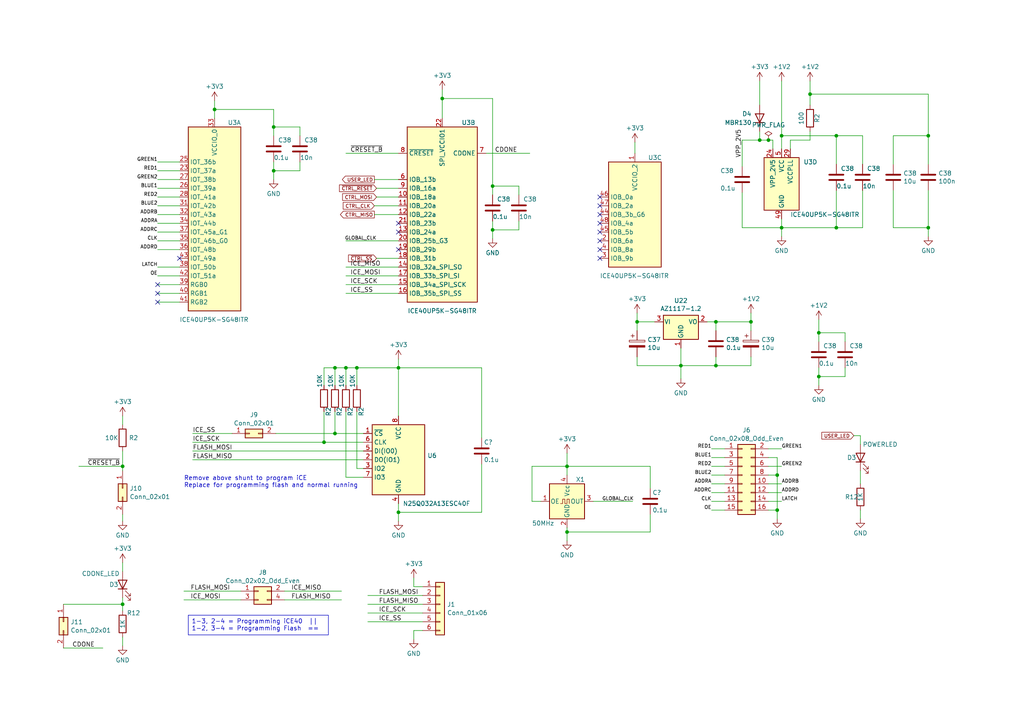
<source format=kicad_sch>
(kicad_sch (version 20230121) (generator eeschema)
  (paper "A4")
  (lib_symbols
    (symbol "Connector_Generic:Conn_01x06" (pin_names (offset 1.016) hide)
      (property "Reference" "J" (at 0 7.62 0))
      (property "Value" "Conn_01x06" (at 0 -10.16 0))
      (symbol "Conn_01x06_1_1"
        (rectangle (start -1.27 -7.493) (end 0 -7.747) (stroke (width 0.1524)))
        (rectangle (start -1.27 -4.953) (end 0 -5.207) (stroke (width 0.1524)))
        (rectangle (start -1.27 -2.413) (end 0 -2.667) (stroke (width 0.1524)))
        (rectangle (start -1.27 0.127) (end 0 -0.127) (stroke (width 0.1524)))
        (rectangle (start -1.27 2.667) (end 0 2.413) (stroke (width 0.1524)))
        (rectangle (start -1.27 5.207) (end 0 4.953) (stroke (width 0.1524)))
        (rectangle (start -1.27 6.35) (end 1.27 -8.89) (stroke (width 0.254)) (fill (type background)))
        (pin passive line (at -5.08 5.08 0) (length 3.81) (name "Pin_1") (number "1"))
        (pin passive line (at -5.08 2.54 0) (length 3.81) (name "Pin_2") (number "2"))
        (pin passive line (at -5.08 0 0) (length 3.81) (name "Pin_3") (number "3"))
        (pin passive line (at -5.08 -2.54 0) (length 3.81) (name "Pin_4") (number "4"))
        (pin passive line (at -5.08 -5.08 0) (length 3.81) (name "Pin_5") (number "5"))
        (pin passive line (at -5.08 -7.62 0) (length 3.81) (name "Pin_6") (number "6"))
      )
    )
    (symbol "Connector_Generic:Conn_02x01" (pin_names (offset 1.016) hide)
      (property "Reference" "J" (at 1.27 2.54 0))
      (property "Value" "Conn_02x01" (at 1.27 -2.54 0))
      (symbol "Conn_02x01_1_1"
        (rectangle (start -1.27 0.127) (end 0 -0.127) (stroke (width 0.1524)))
        (rectangle (start -1.27 1.27) (end 3.81 -1.27) (stroke (width 0.254)) (fill (type background)))
        (rectangle (start 3.81 0.127) (end 2.54 -0.127) (stroke (width 0.1524)))
        (pin passive line (at -5.08 0 0) (length 3.81) (name "Pin_1") (number "1"))
        (pin passive line (at 7.62 0 180) (length 3.81) (name "Pin_2") (number "2"))
      )
    )
    (symbol "Connector_Generic:Conn_02x02_Odd_Even" (pin_names (offset 1.016) hide)
      (property "Reference" "J" (at 1.27 2.54 0))
      (property "Value" "Conn_02x02_Odd_Even" (at 1.27 -5.08 0))
      (symbol "Conn_02x02_Odd_Even_1_1"
        (rectangle (start -1.27 -2.413) (end 0 -2.667) (stroke (width 0.1524)))
        (rectangle (start -1.27 0.127) (end 0 -0.127) (stroke (width 0.1524)))
        (rectangle (start -1.27 1.27) (end 3.81 -3.81) (stroke (width 0.254)) (fill (type background)))
        (rectangle (start 3.81 -2.413) (end 2.54 -2.667) (stroke (width 0.1524)))
        (rectangle (start 3.81 0.127) (end 2.54 -0.127) (stroke (width 0.1524)))
        (pin passive line (at -5.08 0 0) (length 3.81) (name "Pin_1") (number "1"))
        (pin passive line (at 7.62 0 180) (length 3.81) (name "Pin_2") (number "2"))
        (pin passive line (at -5.08 -2.54 0) (length 3.81) (name "Pin_3") (number "3"))
        (pin passive line (at 7.62 -2.54 180) (length 3.81) (name "Pin_4") (number "4"))
      )
    )
    (symbol "Connector_Generic:Conn_02x08_Odd_Even" (pin_names (offset 1.016) hide)
      (property "Reference" "J" (at 1.27 10.16 0))
      (property "Value" "Conn_02x08_Odd_Even" (at 1.27 -12.7 0))
      (symbol "Conn_02x08_Odd_Even_1_1"
        (rectangle (start -1.27 -10.033) (end 0 -10.287) (stroke (width 0.1524)))
        (rectangle (start -1.27 -7.493) (end 0 -7.747) (stroke (width 0.1524)))
        (rectangle (start -1.27 -4.953) (end 0 -5.207) (stroke (width 0.1524)))
        (rectangle (start -1.27 -2.413) (end 0 -2.667) (stroke (width 0.1524)))
        (rectangle (start -1.27 0.127) (end 0 -0.127) (stroke (width 0.1524)))
        (rectangle (start -1.27 2.667) (end 0 2.413) (stroke (width 0.1524)))
        (rectangle (start -1.27 5.207) (end 0 4.953) (stroke (width 0.1524)))
        (rectangle (start -1.27 7.747) (end 0 7.493) (stroke (width 0.1524)))
        (rectangle (start -1.27 8.89) (end 3.81 -11.43) (stroke (width 0.254)) (fill (type background)))
        (rectangle (start 3.81 -10.033) (end 2.54 -10.287) (stroke (width 0.1524)))
        (rectangle (start 3.81 -7.493) (end 2.54 -7.747) (stroke (width 0.1524)))
        (rectangle (start 3.81 -4.953) (end 2.54 -5.207) (stroke (width 0.1524)))
        (rectangle (start 3.81 -2.413) (end 2.54 -2.667) (stroke (width 0.1524)))
        (rectangle (start 3.81 0.127) (end 2.54 -0.127) (stroke (width 0.1524)))
        (rectangle (start 3.81 2.667) (end 2.54 2.413) (stroke (width 0.1524)))
        (rectangle (start 3.81 5.207) (end 2.54 4.953) (stroke (width 0.1524)))
        (rectangle (start 3.81 7.747) (end 2.54 7.493) (stroke (width 0.1524)))
        (pin passive line (at -5.08 7.62 0) (length 3.81) (name "Pin_1") (number "1"))
        (pin passive line (at 7.62 -2.54 180) (length 3.81) (name "Pin_10") (number "10"))
        (pin passive line (at -5.08 -5.08 0) (length 3.81) (name "Pin_11") (number "11"))
        (pin passive line (at 7.62 -5.08 180) (length 3.81) (name "Pin_12") (number "12"))
        (pin passive line (at -5.08 -7.62 0) (length 3.81) (name "Pin_13") (number "13"))
        (pin passive line (at 7.62 -7.62 180) (length 3.81) (name "Pin_14") (number "14"))
        (pin passive line (at -5.08 -10.16 0) (length 3.81) (name "Pin_15") (number "15"))
        (pin passive line (at 7.62 -10.16 180) (length 3.81) (name "Pin_16") (number "16"))
        (pin passive line (at 7.62 7.62 180) (length 3.81) (name "Pin_2") (number "2"))
        (pin passive line (at -5.08 5.08 0) (length 3.81) (name "Pin_3") (number "3"))
        (pin passive line (at 7.62 5.08 180) (length 3.81) (name "Pin_4") (number "4"))
        (pin passive line (at -5.08 2.54 0) (length 3.81) (name "Pin_5") (number "5"))
        (pin passive line (at 7.62 2.54 180) (length 3.81) (name "Pin_6") (number "6"))
        (pin passive line (at -5.08 0 0) (length 3.81) (name "Pin_7") (number "7"))
        (pin passive line (at 7.62 0 180) (length 3.81) (name "Pin_8") (number "8"))
        (pin passive line (at -5.08 -2.54 0) (length 3.81) (name "Pin_9") (number "9"))
      )
    )
    (symbol "Device:C" (pin_numbers hide) (pin_names (offset 0.254))
      (property "Reference" "C" (at 0.635 2.54 0))
      (property "Value" "C" (at 0.635 -2.54 0))
      (symbol "C_0_1"
        (polyline (pts (xy -2.032 -0.762) (xy 2.032 -0.762)) (stroke (width 0.508)))
        (polyline (pts (xy -2.032 0.762) (xy 2.032 0.762)) (stroke (width 0.508)))
      )
      (symbol "C_1_1"
        (pin passive line (at 0 3.81 270) (length 2.794) (name "~") (number "1"))
        (pin passive line (at 0 -3.81 90) (length 2.794) (name "~") (number "2"))
      )
    )
    (symbol "Device:CP" (pin_numbers hide) (pin_names (offset 0.254))
      (property "Reference" "C" (at 0.635 2.54 0))
      (property "Value" "Device_CP" (at 0.635 -2.54 0))
      (symbol "CP_0_1"
        (rectangle (start -2.286 0.508) (end 2.286 1.016))
        (polyline (pts (xy -1.778 2.286) (xy -0.762 2.286)))
        (polyline (pts (xy -1.27 2.794) (xy -1.27 1.778)))
        (rectangle (start 2.286 -0.508) (end -2.286 -1.016) (fill (type outline)))
      )
      (symbol "CP_1_1"
        (pin passive line (at 0 3.81 270) (length 2.794) (name "~") (number "1"))
        (pin passive line (at 0 -3.81 90) (length 2.794) (name "~") (number "2"))
      )
    )
    (symbol "Device:D" (pin_numbers hide) (pin_names (offset 1.016) hide)
      (property "Reference" "D" (at 0 2.54 0))
      (property "Value" "D" (at 0 -2.54 0))
      (symbol "D_0_1"
        (polyline (pts (xy -1.27 1.27) (xy -1.27 -1.27)) (stroke (width 0.254)))
        (polyline (pts (xy 1.27 0) (xy -1.27 0)))
        (polyline (pts (xy 1.27 1.27) (xy 1.27 -1.27) (xy -1.27 0) (xy 1.27 1.27)) (stroke (width 0.254)))
      )
      (symbol "D_1_1"
        (pin passive line (at -3.81 0 0) (length 2.54) (name "K") (number "1"))
        (pin passive line (at 3.81 0 180) (length 2.54) (name "A") (number "2"))
      )
    )
    (symbol "Device:LED" (pin_numbers hide) (pin_names (offset 1.016) hide)
      (property "Reference" "D" (at 0 2.54 0))
      (property "Value" "LED" (at 0 -2.54 0))
      (symbol "LED_0_1"
        (polyline (pts (xy -1.27 -1.27) (xy -1.27 1.27)) (stroke (width 0.254)))
        (polyline (pts (xy -1.27 0) (xy 1.27 0)))
        (polyline (pts (xy 1.27 -1.27) (xy 1.27 1.27) (xy -1.27 0) (xy 1.27 -1.27)) (stroke (width 0.254)))
        (polyline (pts (xy -3.048 -0.762) (xy -4.572 -2.286) (xy -3.81 -2.286) (xy -4.572 -2.286) (xy -4.572 -1.524)))
        (polyline (pts (xy -1.778 -0.762) (xy -3.302 -2.286) (xy -2.54 -2.286) (xy -3.302 -2.286) (xy -3.302 -1.524)))
      )
      (symbol "LED_1_1"
        (pin passive line (at -3.81 0 0) (length 2.54) (name "K") (number "1"))
        (pin passive line (at 3.81 0 180) (length 2.54) (name "A") (number "2"))
      )
    )
    (symbol "Device:R" (pin_numbers hide) (pin_names (offset 0))
      (property "Reference" "R" (at 2.032 0 90))
      (property "Value" "R" (at 0 0 90))
      (symbol "R_0_1"
        (rectangle (start -1.016 -2.54) (end 1.016 2.54) (stroke (width 0.254)))
      )
      (symbol "R_1_1"
        (pin passive line (at 0 3.81 270) (length 1.27) (name "~") (number "1"))
        (pin passive line (at 0 -3.81 90) (length 1.27) (name "~") (number "2"))
      )
    )
    (symbol "FPGA_Lattice:ICE40UP5K-SG48ITR"
      (property "Reference" "U" (at -8.89 -29.21 0))
      (property "Value" "ICE40UP5K-SG48ITR" (at 0 -31.75 0))
      (symbol "ICE40UP5K-SG48ITR_1_1"
        (rectangle (start -7.62 25.4) (end 7.62 -27.94) (stroke (width 0.254)) (fill (type background)))
        (pin bidirectional line (at -10.16 12.7 0) (length 2.54) (name "IOT_37a") (number "23"))
        (pin bidirectional line (at -10.16 15.24 0) (length 2.54) (name "IOT_36b") (number "25"))
        (pin bidirectional line (at -10.16 7.62 0) (length 2.54) (name "IOT_39a") (number "26"))
        (pin bidirectional line (at -10.16 10.16 0) (length 2.54) (name "IOT_38b") (number "27"))
        (pin bidirectional line (at -10.16 5.08 0) (length 2.54) (name "IOT_41a") (number "28"))
        (pin bidirectional line (at -10.16 2.54 0) (length 2.54) (name "IOT_42b") (number "31"))
        (pin bidirectional line (at -10.16 0 0) (length 2.54) (name "IOT_43a") (number "32"))
        (pin power_in line (at 0 27.94 270) (length 2.54) (name "VCCIO_0") (number "33"))
        (pin bidirectional line (at -10.16 -2.54 0) (length 2.54) (name "IOT_44b") (number "34"))
        (pin bidirectional line (at -10.16 -7.62 0) (length 2.54) (name "IOT_46b_G0") (number "35"))
        (pin bidirectional line (at -10.16 -10.16 0) (length 2.54) (name "IOT_48b") (number "36"))
        (pin bidirectional line (at -10.16 -5.08 0) (length 2.54) (name "IOT_45a_G1") (number "37"))
        (pin bidirectional line (at -10.16 -15.24 0) (length 2.54) (name "IOT_50b") (number "38"))
        (pin open_collector line (at -10.16 -20.32 0) (length 2.54) (name "RGB0") (number "39"))
        (pin open_collector line (at -10.16 -22.86 0) (length 2.54) (name "RGB1") (number "40"))
        (pin open_collector line (at -10.16 -25.4 0) (length 2.54) (name "RGB2") (number "41"))
        (pin bidirectional line (at -10.16 -17.78 0) (length 2.54) (name "IOT_51a") (number "42"))
        (pin bidirectional line (at -10.16 -12.7 0) (length 2.54) (name "IOT_49a") (number "43"))
      )
      (symbol "ICE40UP5K-SG48ITR_2_1"
        (rectangle (start -10.16 25.4) (end 10.16 -25.4) (stroke (width 0.254)) (fill (type background)))
        (pin bidirectional line (at -12.7 5.08 0) (length 2.54) (name "IOB_18a") (number "10"))
        (pin bidirectional line (at -12.7 2.54 0) (length 2.54) (name "IOB_20a") (number "11"))
        (pin bidirectional line (at -12.7 0 0) (length 2.54) (name "IOB_22a") (number "12"))
        (pin bidirectional line (at -12.7 -5.08 0) (length 2.54) (name "IOB_24a") (number "13"))
        (pin bidirectional line (at -12.7 -15.24 0) (length 2.54) (name "IOB_32a_SPI_SO") (number "14"))
        (pin bidirectional line (at -12.7 -20.32 0) (length 2.54) (name "IOB_34a_SPI_SCK") (number "15"))
        (pin bidirectional line (at -12.7 -22.86 0) (length 2.54) (name "IOB_35b_SPI_SS") (number "16"))
        (pin bidirectional line (at -12.7 -17.78 0) (length 2.54) (name "IOB_33b_SPI_SI") (number "17"))
        (pin bidirectional line (at -12.7 -12.7 0) (length 2.54) (name "IOB_31b") (number "18"))
        (pin bidirectional line (at -12.7 -10.16 0) (length 2.54) (name "IOB_29b") (number "19"))
        (pin bidirectional line (at -12.7 -7.62 0) (length 2.54) (name "IOB_25b_G3") (number "20"))
        (pin bidirectional line (at -12.7 -2.54 0) (length 2.54) (name "IOB_23b") (number "21"))
        (pin power_in line (at 0 27.94 270) (length 2.54) (name "SPI_VCCIO1") (number "22"))
        (pin bidirectional line (at -12.7 10.16 0) (length 2.54) (name "IOB_13b") (number "6"))
        (pin open_collector line (at 12.7 17.78 180) (length 2.54) (name "CDONE") (number "7"))
        (pin input line (at -12.7 17.78 0) (length 2.54) (name "~{CRESET}") (number "8"))
        (pin bidirectional line (at -12.7 7.62 0) (length 2.54) (name "IOB_16a") (number "9"))
      )
      (symbol "ICE40UP5K-SG48ITR_3_1"
        (rectangle (start -7.62 15.24) (end 7.62 -15.24) (stroke (width 0.254)) (fill (type background)))
        (pin power_in line (at 0 17.78 270) (length 2.54) (name "VCCIO_2") (number "1"))
        (pin bidirectional line (at -10.16 -7.62 0) (length 2.54) (name "IOB_6a") (number "2"))
        (pin bidirectional line (at -10.16 -12.7 0) (length 2.54) (name "IOB_9b") (number "3"))
        (pin bidirectional line (at -10.16 -10.16 0) (length 2.54) (name "IOB_8a") (number "4"))
        (pin bidirectional line (at -10.16 0 0) (length 2.54) (name "IOB_3b_G6") (number "44"))
        (pin bidirectional line (at -10.16 -5.08 0) (length 2.54) (name "IOB_5b") (number "45"))
        (pin bidirectional line (at -10.16 5.08 0) (length 2.54) (name "IOB_0a") (number "46"))
        (pin bidirectional line (at -10.16 2.54 0) (length 2.54) (name "IOB_2a") (number "47"))
        (pin bidirectional line (at -10.16 -2.54 0) (length 2.54) (name "IOB_4a") (number "48"))
      )
      (symbol "ICE40UP5K-SG48ITR_4_1"
        (rectangle (start -5.08 7.62) (end 5.08 -7.62) (stroke (width 0.254)) (fill (type background)))
        (pin power_in line (at -2.54 10.16 270) (length 2.54) (name "VPP_2V5") (number "24"))
        (pin power_out line (at 2.54 10.16 270) (length 2.54) (name "VCCPLL") (number "29"))
        (pin passive line (at 0 10.16 270) (length 2.54) hide (name "VCC") (number "30"))
        (pin power_in line (at 0 -10.16 90) (length 2.54) (name "GND") (number "49"))
        (pin power_in line (at 0 10.16 270) (length 2.54) (name "VCC") (number "5"))
      )
    )
    (symbol "Memory_Flash:W25Q32JVSS"
      (property "Reference" "U" (at -6.35 11.43 0))
      (property "Value" "W25Q32JVSS" (at 7.62 11.43 0))
      (symbol "W25Q32JVSS_0_1"
        (rectangle (start -7.62 10.16) (end 7.62 -10.16) (stroke (width 0.254)) (fill (type background)))
      )
      (symbol "W25Q32JVSS_1_1"
        (pin input line (at -10.16 7.62 0) (length 2.54) (name "~{CS}") (number "1"))
        (pin bidirectional line (at -10.16 0 0) (length 2.54) (name "DO(IO1)") (number "2"))
        (pin bidirectional line (at -10.16 -2.54 0) (length 2.54) (name "IO2") (number "3"))
        (pin power_in line (at 0 -12.7 90) (length 2.54) (name "GND") (number "4"))
        (pin bidirectional line (at -10.16 2.54 0) (length 2.54) (name "DI(IO0)") (number "5"))
        (pin input line (at -10.16 5.08 0) (length 2.54) (name "CLK") (number "6"))
        (pin bidirectional line (at -10.16 -5.08 0) (length 2.54) (name "IO3") (number "7"))
        (pin power_in line (at 0 12.7 270) (length 2.54) (name "VCC") (number "8"))
      )
    )
    (symbol "Oscillator:SG-210SED" (pin_names (offset 0.254))
      (property "Reference" "X" (at -5.08 6.35 0))
      (property "Value" "SG-210SED" (at 1.27 -6.35 0))
      (symbol "SG-210SED_0_1"
        (rectangle (start -5.08 5.08) (end 5.08 -5.08) (stroke (width 0.254)) (fill (type background)))
        (polyline (pts (xy -1.905 -0.635) (xy -1.27 -0.635) (xy -1.27 0.635) (xy -0.635 0.635) (xy -0.635 -0.635) (xy 0 -0.635) (xy 0 0.635) (xy 0.635 0.635) (xy 0.635 -0.635)))
      )
      (symbol "SG-210SED_1_1"
        (pin input line (at -7.62 0 0) (length 2.54) (name "OE") (number "1"))
        (pin power_in line (at 0 -7.62 90) (length 2.54) (name "GND") (number "2"))
        (pin output line (at 7.62 0 180) (length 2.54) (name "OUT") (number "3"))
        (pin power_in line (at 0 7.62 270) (length 2.54) (name "Vcc") (number "4"))
      )
    )
    (symbol "Regulator_Linear:AZ1117-1.2" (pin_names (offset 0.254))
      (property "Reference" "U" (at -3.81 3.175 0))
      (property "Value" "AZ1117-1.2" (at 0 3.175 0))
      (symbol "AZ1117-1.2_0_1"
        (rectangle (start -5.08 1.905) (end 5.08 -5.08) (stroke (width 0.254)) (fill (type background)))
      )
      (symbol "AZ1117-1.2_1_1"
        (pin power_in line (at 0 -7.62 90) (length 2.54) (name "GND") (number "1"))
        (pin power_out line (at 7.62 0 180) (length 2.54) (name "VO") (number "2"))
        (pin power_in line (at -7.62 0 0) (length 2.54) (name "VI") (number "3"))
      )
    )
    (symbol "power:+1V2" (power) (pin_names (offset 0))
      (property "Value" "+1V2" (at 0 3.556 0))
      (symbol "+1V2_0_1"
        (polyline (pts (xy -0.762 1.27) (xy 0 2.54)))
        (polyline (pts (xy 0 0) (xy 0 2.54)))
        (polyline (pts (xy 0 2.54) (xy 0.762 1.27)))
      )
      (symbol "+1V2_1_1"
        (pin power_in line (at 0 0 90) (length 0) hide (name "+1V2") (number "1"))
      )
    )
    (symbol "power:+3V3" (power) (pin_names (offset 0))
      (property "Value" "+3V3" (at 0 3.556 0))
      (symbol "+3V3_0_1"
        (polyline (pts (xy -0.762 1.27) (xy 0 2.54)))
        (polyline (pts (xy 0 0) (xy 0 2.54)))
        (polyline (pts (xy 0 2.54) (xy 0.762 1.27)))
      )
      (symbol "+3V3_1_1"
        (pin power_in line (at 0 0 90) (length 0) hide (name "+3V3") (number "1"))
      )
    )
    (symbol "power:GND" (power) (pin_names (offset 0))
      (property "Value" "GND" (at 0 -3.81 0))
      (symbol "GND_0_1"
        (polyline (pts (xy 0 0) (xy 0 -1.27) (xy 1.27 -1.27) (xy 0 -2.54) (xy -1.27 -1.27) (xy 0 -1.27)))
      )
      (symbol "GND_1_1"
        (pin power_in line (at 0 0 270) (length 0) hide (name "GND") (number "1"))
      )
    )
    (symbol "power:PWR_FLAG" (power) (pin_numbers hide) (pin_names (offset 0) hide)
      (property "Value" "PWR_FLAG" (at 0 3.81 0))
      (symbol "PWR_FLAG_0_0"
        (pin power_out line (at 0 0 90) (length 0) (name "pwr") (number "1"))
      )
      (symbol "PWR_FLAG_0_1"
        (polyline (pts (xy 0 0) (xy 0 1.27) (xy -1.016 1.905) (xy 0 2.54) (xy 1.016 1.905) (xy 0 1.27)))
      )
    )
  )
  (junction (at 164.465 135.255))
  (junction (at 207.645 93.345))
  (junction (at 142.875 66.675))
  (junction (at 269.24 66.04))
  (junction (at 237.49 109.22))
  (junction (at 79.375 36.83))
  (junction (at 35.56 135.255))
  (junction (at 93.98 128.27))
  (junction (at 226.695 66.04))
  (junction (at 79.375 49.53))
  (junction (at 225.425 147.955))
  (junction (at 35.56 175.26))
  (junction (at 220.345 40.64))
  (junction (at 225.425 137.795))
  (junction (at 115.57 148.59))
  (junction (at 217.805 93.345))
  (junction (at 242.57 66.04))
  (junction (at 207.645 106.045))
  (junction (at 128.27 28.575))
  (junction (at 115.57 106.68))
  (junction (at 242.57 39.37))
  (junction (at 184.785 93.345))
  (junction (at 226.695 39.37))
  (junction (at 97.155 125.73))
  (junction (at 222.885 40.64))
  (junction (at 234.95 27.305))
  (junction (at 269.24 39.37))
  (junction (at 62.23 31.75))
  (junction (at 142.875 53.975))
  (junction (at 197.485 106.045))
  (junction (at 97.155 106.68))
  (junction (at 164.465 154.305))
  (junction (at 100.33 106.68))
  (junction (at 237.49 96.52))
  (junction (at 103.505 106.68))
  (no_connect (at 173.99 64.77))
  (no_connect (at 173.99 62.23))
  (no_connect (at 45.72 87.63))
  (no_connect (at 173.99 74.93))
  (no_connect (at 173.99 69.85))
  (no_connect (at 173.99 57.15))
  (no_connect (at 115.57 72.39))
  (no_connect (at 173.99 67.31))
  (no_connect (at 115.57 67.31))
  (no_connect (at 173.99 72.39))
  (no_connect (at 45.72 85.09))
  (no_connect (at 115.57 64.77))
  (no_connect (at 52.07 74.93))
  (no_connect (at 45.72 82.55))
  (no_connect (at 173.99 59.69))
  (wire (pts (xy 35.56 149.225) (xy 35.56 151.13)))
  (wire (pts (xy 82.55 171.45) (xy 99.06 171.45)))
  (wire (pts (xy 45.72 54.61) (xy 52.07 54.61)))
  (wire (pts (xy 140.97 44.45) (xy 153.67 44.45)))
  (wire (pts (xy 120.015 185.42) (xy 120.015 182.88)))
  (wire (pts (xy 249.555 136.525) (xy 249.555 140.335)))
  (wire (pts (xy 242.57 66.04) (xy 250.19 66.04)))
  (wire (pts (xy 206.375 145.415) (xy 210.185 145.415)))
  (wire (pts (xy 222.885 137.795) (xy 225.425 137.795)))
  (wire (pts (xy 45.72 57.15) (xy 52.07 57.15)))
  (wire (pts (xy 225.425 137.795) (xy 225.425 147.955)))
  (wire (pts (xy 52.07 77.47) (xy 45.72 77.47)))
  (wire (pts (xy 142.875 66.675) (xy 150.495 66.675)))
  (wire (pts (xy 217.805 103.505) (xy 217.805 106.045)))
  (wire (pts (xy 52.07 67.31) (xy 45.72 67.31)))
  (wire (pts (xy 100.33 69.85) (xy 115.57 69.85)))
  (wire (pts (xy 142.875 66.675) (xy 142.875 64.135)))
  (wire (pts (xy 108.585 62.23) (xy 115.57 62.23)))
  (wire (pts (xy 109.22 57.15) (xy 115.57 57.15)))
  (wire (pts (xy 224.155 43.18) (xy 224.155 40.64)))
  (wire (pts (xy 35.56 135.255) (xy 35.56 136.525)))
  (wire (pts (xy 156.845 145.415) (xy 154.305 145.415)))
  (wire (pts (xy 207.645 93.345) (xy 217.805 93.345)))
  (wire (pts (xy 245.11 99.06) (xy 245.11 96.52)))
  (wire (pts (xy 142.875 53.975) (xy 142.875 56.515)))
  (wire (pts (xy 184.785 106.045) (xy 184.785 103.505)))
  (wire (pts (xy 242.57 39.37) (xy 242.57 47.625)))
  (wire (pts (xy 35.56 120.65) (xy 35.56 123.19)))
  (wire (pts (xy 242.57 39.37) (xy 250.19 39.37)))
  (wire (pts (xy 93.98 106.68) (xy 93.98 111.76)))
  (wire (pts (xy 222.885 135.255) (xy 226.695 135.255)))
  (wire (pts (xy 103.505 119.38) (xy 103.505 135.89)))
  (wire (pts (xy 86.995 46.99) (xy 86.995 49.53)))
  (wire (pts (xy 55.88 133.35) (xy 105.41 133.35)))
  (wire (pts (xy 207.645 103.505) (xy 207.645 106.045)))
  (wire (pts (xy 234.95 23.495) (xy 234.95 27.305)))
  (wire (pts (xy 109.22 74.93) (xy 115.57 74.93)))
  (wire (pts (xy 150.495 64.135) (xy 150.495 66.675)))
  (wire (pts (xy 226.695 39.37) (xy 226.695 43.18)))
  (wire (pts (xy 188.595 135.255) (xy 164.465 135.255)))
  (wire (pts (xy 139.7 134.62) (xy 139.7 148.59)))
  (wire (pts (xy 115.57 146.05) (xy 115.57 148.59)))
  (wire (pts (xy 234.95 38.1) (xy 234.95 40.64)))
  (wire (pts (xy 222.885 132.715) (xy 225.425 132.715)))
  (wire (pts (xy 100.33 106.68) (xy 103.505 106.68)))
  (wire (pts (xy 226.695 66.04) (xy 226.695 68.58)))
  (wire (pts (xy 55.88 125.73) (xy 67.31 125.73)))
  (wire (pts (xy 45.72 59.69) (xy 52.07 59.69)))
  (wire (pts (xy 128.27 28.575) (xy 142.875 28.575)))
  (wire (pts (xy 106.68 180.34) (xy 122.555 180.34)))
  (wire (pts (xy 206.375 137.795) (xy 210.185 137.795)))
  (wire (pts (xy 197.485 100.965) (xy 197.485 106.045)))
  (wire (pts (xy 115.57 106.68) (xy 103.505 106.68)))
  (wire (pts (xy 103.505 135.89) (xy 105.41 135.89)))
  (wire (pts (xy 226.695 39.37) (xy 242.57 39.37)))
  (wire (pts (xy 269.24 55.245) (xy 269.24 66.04)))
  (wire (pts (xy 55.88 128.27) (xy 93.98 128.27)))
  (wire (pts (xy 215.265 66.04) (xy 226.695 66.04)))
  (wire (pts (xy 188.595 154.305) (xy 164.465 154.305)))
  (wire (pts (xy 184.785 93.345) (xy 184.785 90.805)))
  (wire (pts (xy 139.7 106.68) (xy 115.57 106.68)))
  (wire (pts (xy 109.22 54.61) (xy 115.57 54.61)))
  (wire (pts (xy 172.085 145.415) (xy 183.515 145.415)))
  (wire (pts (xy 237.49 96.52) (xy 237.49 99.06)))
  (wire (pts (xy 234.95 27.305) (xy 234.95 30.48)))
  (wire (pts (xy 115.57 104.14) (xy 115.57 106.68)))
  (wire (pts (xy 45.72 49.53) (xy 52.07 49.53)))
  (wire (pts (xy 62.23 31.75) (xy 79.375 31.75)))
  (wire (pts (xy 206.375 147.955) (xy 210.185 147.955)))
  (wire (pts (xy 139.7 106.68) (xy 139.7 127)))
  (wire (pts (xy 86.995 39.37) (xy 86.995 36.83)))
  (wire (pts (xy 245.11 106.68) (xy 245.11 109.22)))
  (wire (pts (xy 79.375 49.53) (xy 79.375 52.07)))
  (wire (pts (xy 97.155 106.68) (xy 100.33 106.68)))
  (wire (pts (xy 100.33 77.47) (xy 115.57 77.47)))
  (wire (pts (xy 229.235 43.18) (xy 229.235 40.64)))
  (wire (pts (xy 220.345 40.64) (xy 215.265 40.64)))
  (wire (pts (xy 188.595 141.605) (xy 188.595 135.255)))
  (wire (pts (xy 115.57 148.59) (xy 115.57 151.13)))
  (wire (pts (xy 97.155 125.73) (xy 105.41 125.73)))
  (wire (pts (xy 222.885 142.875) (xy 226.695 142.875)))
  (wire (pts (xy 250.19 55.245) (xy 250.19 66.04)))
  (wire (pts (xy 120.015 167.64) (xy 120.015 170.18)))
  (wire (pts (xy 215.265 40.64) (xy 215.265 48.26)))
  (wire (pts (xy 97.155 119.38) (xy 97.155 125.73)))
  (wire (pts (xy 237.49 109.22) (xy 237.49 111.76)))
  (wire (pts (xy 45.72 64.77) (xy 52.07 64.77)))
  (wire (pts (xy 106.68 175.26) (xy 122.555 175.26)))
  (wire (pts (xy 100.33 106.68) (xy 100.33 111.76)))
  (wire (pts (xy 164.465 153.035) (xy 164.465 154.305)))
  (wire (pts (xy 206.375 132.715) (xy 210.185 132.715)))
  (wire (pts (xy 106.68 177.8) (xy 122.555 177.8)))
  (wire (pts (xy 106.68 172.72) (xy 122.555 172.72)))
  (wire (pts (xy 222.885 140.335) (xy 226.695 140.335)))
  (wire (pts (xy 184.15 41.275) (xy 184.15 44.45)))
  (wire (pts (xy 250.19 39.37) (xy 250.19 47.625)))
  (wire (pts (xy 164.465 131.445) (xy 164.465 135.255)))
  (wire (pts (xy 115.57 148.59) (xy 139.7 148.59)))
  (wire (pts (xy 197.485 106.045) (xy 207.645 106.045)))
  (wire (pts (xy 35.56 173.355) (xy 35.56 175.26)))
  (wire (pts (xy 226.695 66.04) (xy 242.57 66.04)))
  (wire (pts (xy 259.08 39.37) (xy 269.24 39.37)))
  (wire (pts (xy 225.425 132.715) (xy 225.425 137.795)))
  (wire (pts (xy 103.505 106.68) (xy 103.505 111.76)))
  (wire (pts (xy 45.72 87.63) (xy 52.07 87.63)))
  (wire (pts (xy 184.785 93.345) (xy 184.785 95.885)))
  (wire (pts (xy 55.88 130.81) (xy 105.41 130.81)))
  (wire (pts (xy 226.695 63.5) (xy 226.695 66.04)))
  (wire (pts (xy 45.72 46.99) (xy 52.07 46.99)))
  (wire (pts (xy 189.865 93.345) (xy 184.785 93.345)))
  (wire (pts (xy 154.305 145.415) (xy 154.305 135.255)))
  (wire (pts (xy 206.375 135.255) (xy 210.185 135.255)))
  (wire (pts (xy 105.41 138.43) (xy 100.33 138.43)))
  (wire (pts (xy 259.08 55.245) (xy 259.08 66.04)))
  (wire (pts (xy 53.34 173.99) (xy 69.85 173.99)))
  (wire (pts (xy 197.485 106.045) (xy 184.785 106.045)))
  (wire (pts (xy 207.645 106.045) (xy 217.805 106.045)))
  (wire (pts (xy 237.49 92.71) (xy 237.49 96.52)))
  (wire (pts (xy 222.885 145.415) (xy 226.695 145.415)))
  (wire (pts (xy 100.33 44.45) (xy 115.57 44.45)))
  (wire (pts (xy 222.885 147.955) (xy 225.425 147.955)))
  (wire (pts (xy 45.72 52.07) (xy 52.07 52.07)))
  (wire (pts (xy 62.23 29.21) (xy 62.23 31.75)))
  (wire (pts (xy 100.33 82.55) (xy 115.57 82.55)))
  (wire (pts (xy 215.265 55.88) (xy 215.265 66.04)))
  (wire (pts (xy 224.155 40.64) (xy 222.885 40.64)))
  (wire (pts (xy 100.33 119.38) (xy 100.33 138.43)))
  (wire (pts (xy 120.015 182.88) (xy 122.555 182.88)))
  (wire (pts (xy 93.98 128.27) (xy 105.41 128.27)))
  (wire (pts (xy 164.465 154.305) (xy 164.465 156.845)))
  (wire (pts (xy 247.65 126.365) (xy 249.555 126.365)))
  (wire (pts (xy 206.375 142.875) (xy 210.185 142.875)))
  (wire (pts (xy 242.57 66.04) (xy 242.57 55.245)))
  (wire (pts (xy 45.72 80.01) (xy 52.07 80.01)))
  (wire (pts (xy 18.415 187.96) (xy 29.845 187.96)))
  (wire (pts (xy 79.375 49.53) (xy 86.995 49.53)))
  (wire (pts (xy 269.24 27.305) (xy 269.24 39.37)))
  (wire (pts (xy 229.235 40.64) (xy 234.95 40.64)))
  (wire (pts (xy 222.885 40.64) (xy 220.345 40.64)))
  (wire (pts (xy 79.375 36.83) (xy 79.375 39.37)))
  (wire (pts (xy 100.33 80.01) (xy 115.57 80.01)))
  (wire (pts (xy 97.155 106.68) (xy 97.155 111.76)))
  (wire (pts (xy 62.23 31.75) (xy 62.23 34.29)))
  (wire (pts (xy 259.08 66.04) (xy 269.24 66.04)))
  (wire (pts (xy 205.105 93.345) (xy 207.645 93.345)))
  (wire (pts (xy 22.86 135.255) (xy 35.56 135.255)))
  (wire (pts (xy 100.33 85.09) (xy 115.57 85.09)))
  (wire (pts (xy 249.555 126.365) (xy 249.555 128.905)))
  (wire (pts (xy 269.24 39.37) (xy 269.24 47.625)))
  (wire (pts (xy 35.56 175.26) (xy 18.415 175.26)))
  (wire (pts (xy 207.645 95.885) (xy 207.645 93.345)))
  (wire (pts (xy 150.495 56.515) (xy 150.495 53.975)))
  (wire (pts (xy 93.98 106.68) (xy 97.155 106.68)))
  (wire (pts (xy 35.56 163.195) (xy 35.56 165.735)))
  (wire (pts (xy 154.305 135.255) (xy 164.465 135.255)))
  (wire (pts (xy 220.345 38.1) (xy 220.345 40.64)))
  (wire (pts (xy 206.375 130.175) (xy 210.185 130.175)))
  (wire (pts (xy 45.72 82.55) (xy 52.07 82.55)))
  (wire (pts (xy 234.95 27.305) (xy 269.24 27.305)))
  (wire (pts (xy 108.585 52.07) (xy 115.57 52.07)))
  (wire (pts (xy 188.595 149.225) (xy 188.595 154.305)))
  (wire (pts (xy 79.375 31.75) (xy 79.375 36.83)))
  (wire (pts (xy 217.805 95.885) (xy 217.805 93.345)))
  (wire (pts (xy 237.49 96.52) (xy 245.11 96.52)))
  (wire (pts (xy 128.27 26.035) (xy 128.27 28.575)))
  (wire (pts (xy 53.34 171.45) (xy 69.85 171.45)))
  (wire (pts (xy 197.485 106.045) (xy 197.485 109.855)))
  (wire (pts (xy 142.875 53.975) (xy 150.495 53.975)))
  (wire (pts (xy 142.875 66.675) (xy 142.875 69.215)))
  (wire (pts (xy 79.375 49.53) (xy 79.375 46.99)))
  (wire (pts (xy 45.72 85.09) (xy 52.07 85.09)))
  (wire (pts (xy 52.07 72.39) (xy 45.72 72.39)))
  (wire (pts (xy 226.695 23.495) (xy 226.695 39.37)))
  (wire (pts (xy 108.585 59.69) (xy 115.57 59.69)))
  (wire (pts (xy 35.56 130.81) (xy 35.56 135.255)))
  (wire (pts (xy 35.56 184.785) (xy 35.56 187.325)))
  (wire (pts (xy 35.56 175.26) (xy 35.56 177.165)))
  (wire (pts (xy 222.885 130.175) (xy 226.695 130.175)))
  (wire (pts (xy 237.49 109.22) (xy 237.49 106.68)))
  (wire (pts (xy 45.72 69.85) (xy 52.07 69.85)))
  (wire (pts (xy 217.805 93.345) (xy 217.805 90.805)))
  (wire (pts (xy 237.49 109.22) (xy 245.11 109.22)))
  (wire (pts (xy 269.24 66.04) (xy 269.24 68.58)))
  (wire (pts (xy 128.27 28.575) (xy 128.27 34.29)))
  (wire (pts (xy 82.55 173.99) (xy 99.06 173.99)))
  (wire (pts (xy 79.375 36.83) (xy 86.995 36.83)))
  (wire (pts (xy 93.98 119.38) (xy 93.98 128.27)))
  (wire (pts (xy 225.425 147.955) (xy 225.425 150.495)))
  (wire (pts (xy 142.875 28.575) (xy 142.875 53.975)))
  (wire (pts (xy 115.57 120.65) (xy 115.57 106.68)))
  (wire (pts (xy 206.375 140.335) (xy 210.185 140.335)))
  (wire (pts (xy 45.72 62.23) (xy 52.07 62.23)))
  (wire (pts (xy 249.555 147.955) (xy 249.555 150.495)))
  (wire (pts (xy 120.015 170.18) (xy 122.555 170.18)))
  (wire (pts (xy 220.345 23.495) (xy 220.345 30.48)))
  (wire (pts (xy 259.08 47.625) (xy 259.08 39.37)))
  (wire (pts (xy 80.01 125.73) (xy 97.155 125.73)))
  (wire (pts (xy 164.465 135.255) (xy 164.465 137.795)))
  (text_box "1-3, 2-4 = Programming iCE40  ||\n1-2, 3-4 = Programming Flash  ==" (at 54.61 178.435 0) (size 40.64 5.715) (effects (font (size 1.27 1.27)) (justify left top)))
  (text "Remove above shunt to program iCE\nReplace for programming flash and normal running" (at 53.34 141.605 0) (effects (font (size 1.27 1.27)) (justify left bottom)))
  (label "ADDRD" (at 45.72 72.39 180) (effects (font (size 1 1))))
  (label "ICE_SS" (at 55.88 125.73 0))
  (label "FLASH_MOSI" (at 55.88 130.81 0))
  (label "CLK" (at 45.72 69.85 180) (effects (font (size 1 1))))
  (label "BLUE1" (at 206.375 132.715 180) (effects (font (size 1 1))))
  (label "ICE_SS" (at 109.855 180.34 0))
  (label "ADDRC" (at 45.72 67.31 180) (effects (font (size 1 1))))
  (label "RED1" (at 45.72 49.53 180) (effects (font (size 1 1))))
  (label "FLASH_MISO" (at 84.455 173.99 0))
  (label "ICE_SCK" (at 55.88 128.27 0))
  (label "RED2" (at 206.375 135.255 180) (effects (font (size 1 1))))
  (label "LATCH" (at 45.72 77.47 180) (effects (font (size 1 1))))
  (label "GREEN2" (at 45.72 52.07 180) (effects (font (size 1 1))))
  (label "ADDRC" (at 206.375 142.875 180) (effects (font (size 1 1))))
  (label "FLASH_MISO" (at 109.855 175.26 0))
  (label "ADDRB" (at 226.695 140.335 0) (effects (font (size 1 1))))
  (label "ADDRA" (at 206.375 140.335 180) (effects (font (size 1 1))))
  (label "GREEN2" (at 226.695 135.255 0) (effects (font (size 1 1))))
  (label "ICE_SCK" (at 109.855 177.8 0))
  (label "CDONE" (at 143.51 44.45 0))
  (label "BLUE1" (at 45.72 54.61 180) (effects (font (size 1 1))))
  (label "ADDRB" (at 45.72 62.23 180) (effects (font (size 1 1))))
  (label "ICE_MOSI" (at 101.6 80.01 0))
  (label "GREEN1" (at 226.695 130.175 0) (effects (font (size 1 1))))
  (label "ADDRA" (at 45.72 64.77 180) (effects (font (size 1 1))))
  (label "GLOBAL_CLK" (at 109.22 69.85 180) (effects (font (size 0.9906 0.9906))))
  (label "OE" (at 206.375 147.955 180) (effects (font (size 1 1))))
  (label "ICE_SS" (at 101.6 85.09 0))
  (label "RED2" (at 45.72 57.15 180) (effects (font (size 1 1))))
  (label "ADDRD" (at 226.695 142.875 0) (effects (font (size 1 1))))
  (label "BLUE2" (at 45.72 59.69 180) (effects (font (size 1 1))))
  (label "BLUE2" (at 206.375 137.795 180) (effects (font (size 1 1))))
  (label "~{CRESET_B}" (at 25.4 135.255 0))
  (label "FLASH_MOSI" (at 109.855 172.72 0))
  (label "RED1" (at 206.375 130.175 180) (effects (font (size 1 1))))
  (label "FLASH_MOSI" (at 55.245 171.45 0))
  (label "GREEN1" (at 45.72 46.99 180) (effects (font (size 1 1))))
  (label "ICE_MISO" (at 101.6 77.47 0))
  (label "LATCH" (at 226.695 145.415 0) (effects (font (size 1 1))))
  (label "ICE_MISO" (at 84.455 171.45 0))
  (label "GLOBAL_CLK" (at 174.625 145.415 0) (effects (font (size 0.9906 0.9906))))
  (label "ICE_SCK" (at 101.6 82.55 0))
  (label "~{CRESET_B}" (at 101.6 44.45 0))
  (label "ICE_MOSI" (at 55.245 173.99 0))
  (label "CDONE" (at 20.955 187.96 0))
  (label "VPP_2V5" (at 215.265 45.72 90))
  (label "CLK" (at 206.375 145.415 180) (effects (font (size 1 1))))
  (label "OE" (at 45.72 80.01 180) (effects (font (size 1 1))))
  (label "FLASH_MISO" (at 55.88 133.35 0))
  (global_label "USER_LED" (shape input) (at 247.65 126.365 180) (effects (font (size 1 1))) (property "Intersheetrefs" "${INTERSHEET_REFS}" (effects hide)))
  (global_label "CTRL_CLK" (shape input) (at 108.585 59.69 180) (effects (font (size 1 1))) (property "Intersheetrefs" "${INTERSHEET_REFS}" (effects hide)))
  (global_label "~{CTRL_SS}" (shape input) (at 109.22 74.93 180) (effects (font (size 1 1))) (property "Intersheetrefs" "${INTERSHEET_REFS}" (effects hide)))
  (global_label "CTRL_MISO" (shape output) (at 108.585 62.23 180) (effects (font (size 1 1))) (property "Intersheetrefs" "${INTERSHEET_REFS}" (effects hide)))
  (global_label "~{CTRL_RESET}" (shape input) (at 109.22 54.61 180) (effects (font (size 1 1))) (property "Intersheetrefs" "${INTERSHEET_REFS}" (effects hide)))
  (global_label "USER_LED" (shape output) (at 108.585 52.07 180) (effects (font (size 1 1))) (property "Intersheetrefs" "${INTERSHEET_REFS}" (effects hide)))
  (global_label "CTRL_MOSI" (shape input) (at 109.22 57.15 180) (effects (font (size 1 1))) (property "Intersheetrefs" "${INTERSHEET_REFS}" (effects hide)))
  (symbol (lib_id "Device:R") (at 35.56 127 0) (unit 1)
    (property "Reference" "R2" (at 38.735 127 0))
    (property "Value" "10K" (at 32.385 127 0))
    (property "Footprint" "Resistor_SMD:R_0805_2012Metric" (effects hide))
    (instances (project "MAXI030" (path "" (reference "R2") (unit 1))) (project "MDFPGA" (path "" (reference "R12") (unit 1))))
  )
  (symbol (lib_id "Connector_Generic:Conn_02x01") (at 72.39 125.73 0) (unit 1)
    (property "Reference" "J9" (at 73.66 120.3157 0))
    (property "Value" "Conn_02x01" (at 73.66 122.7399 0))
    (property "Footprint" "Connector_PinHeader_2.54mm:PinHeader_2x01_P2.54mm_Vertical" (effects hide))
  )
  (symbol (lib_id "power:+3V3") (at 62.23 29.21 0) (unit 1)
    (property "Reference" "#PWR032" (effects hide))
    (property "Value" "+3V3" (at 62.23 25.0769 0))
  )
  (symbol (lib_id "Connector_Generic:Conn_02x08_Odd_Even") (at 215.265 137.795 0) (unit 1)
    (property "Reference" "J6" (at 216.535 124.7607 0))
    (property "Value" "Conn_02x08_Odd_Even" (at 216.535 127.1849 0))
    (property "Footprint" "Connector_IDC:IDC-Header_2x08_P2.54mm_Vertical" (effects hide))
  )
  (symbol (lib_id "power:+1V2") (at 237.49 92.71 0) (unit 1)
    (property "Reference" "#PWR030" (effects hide))
    (property "Value" "+1V2" (at 237.49 88.5769 0))
  )
  (symbol (lib_id "Device:CP") (at 184.785 99.695 0) (unit 1)
    (property "Reference" "C37" (at 187.7822 98.5266 0) (effects (justify left)))
    (property "Value" "10u" (at 187.7822 100.838 0) (effects (justify left)))
    (property "Footprint" "Capacitor_Tantalum_SMD:CP_EIA-3216-10_Kemet-I" (effects hide))
    (instances (project "MAXI030" (path "" (reference "C37") (unit 1)) (path "" (reference "C?") (unit 1))) (project "MDFPGA" (path "" (reference "C3") (unit 1))))
  )
  (symbol (lib_id "power:+1V2") (at 226.695 23.495 0) (unit 1)
    (property "Reference" "#PWR039" (effects hide))
    (property "Value" "+1V2" (at 226.695 19.3619 0))
  )
  (symbol (lib_id "power:GND") (at 79.375 52.07 0) (unit 1)
    (property "Reference" "#PWR037" (effects hide))
    (property "Value" "GND" (at 79.375 56.2031 0))
  )
  (symbol (lib_id "power:+1V2") (at 217.805 90.805 0) (unit 1)
    (property "Reference" "#PWR026" (effects hide))
    (property "Value" "+1V2" (at 217.805 86.6719 0))
  )
  (symbol (lib_id "power:GND") (at 120.015 185.42 0) (unit 1)
    (property "Reference" "#PWR029" (effects hide))
    (property "Value" "GND" (at 120.015 189.5531 0))
  )
  (symbol (lib_id "Device:R") (at 97.155 115.57 0) (unit 1)
    (property "Reference" "R2" (at 98.425 119.38 90))
    (property "Value" "10K" (at 95.885 110.49 90))
    (property "Footprint" "Resistor_SMD:R_0805_2012Metric" (effects hide))
    (instances (project "MAXI030" (path "" (reference "R2") (unit 1))) (project "MDFPGA" (path "" (reference "R7") (unit 1))))
  )
  (symbol (lib_id "Device:C") (at 207.645 99.695 0) (unit 1)
    (property "Reference" "C38" (at 210.566 98.5266 0) (effects (justify left)))
    (property "Value" "0.1u" (at 210.566 100.838 0) (effects (justify left)))
    (property "Footprint" "Capacitor_SMD:C_0805_2012Metric" (effects hide))
    (instances (project "MAXI030" (path "" (reference "C38") (unit 1)) (path "" (reference "C?") (unit 1))) (project "MDFPGA" (path "" (reference "C4") (unit 1))))
  )
  (symbol (lib_id "power:GND") (at 249.555 150.495 0) (unit 1)
    (property "Reference" "#PWR034" (effects hide))
    (property "Value" "GND" (at 249.555 154.6281 0))
  )
  (symbol (lib_id "Device:CP") (at 217.805 99.695 0) (unit 1)
    (property "Reference" "C39" (at 220.8022 98.5266 0) (effects (justify left)))
    (property "Value" "10u" (at 220.8022 100.838 0) (effects (justify left)))
    (property "Footprint" "Capacitor_Tantalum_SMD:CP_EIA-3216-10_Kemet-I" (effects hide))
    (instances (project "MAXI030" (path "" (reference "C39") (unit 1)) (path "" (reference "C?") (unit 1))) (project "MDFPGA" (path "" (reference "C5") (unit 1))))
  )
  (symbol (lib_id "power:GND") (at 226.695 68.58 0) (unit 1)
    (property "Reference" "#PWR027" (effects hide))
    (property "Value" "GND" (at 226.695 72.7131 0))
  )
  (symbol (lib_id "Connector_Generic:Conn_01x06") (at 127.635 175.26 0) (unit 1)
    (property "Reference" "J1" (at 129.667 175.3179 0) (effects (justify left)))
    (property "Value" "Conn_01x06" (at 129.667 177.7421 0) (effects (justify left)))
    (property "Footprint" "Connector_PinHeader_2.54mm:PinHeader_1x06_P2.54mm_Vertical" (effects hide))
  )
  (symbol (lib_id "power:+3V3") (at 220.345 23.495 0) (unit 1)
    (property "Reference" "#PWR036" (effects hide))
    (property "Value" "+3V3" (at 220.345 19.3619 0))
  )
  (symbol (lib_id "Device:C") (at 139.7 130.81 0) (unit 1)
    (property "Reference" "C?" (at 140.335 128.27 0) (effects (justify left)))
    (property "Value" "0.1u" (at 140.335 133.35 0) (effects (justify left)))
    (property "Footprint" "Capacitor_SMD:C_0805_2012Metric" (effects hide))
    (instances (project "MAXI030" (path "" (reference "C?") (unit 1)) (path "" (reference "C?") (unit 1)) (path "" (reference "C28") (unit 1))) (project "MDFPGA" (path "" (reference "C7") (unit 1))))
  )
  (symbol (lib_id "Device:C") (at 142.875 60.325 0) (unit 1)
    (property "Reference" "C38" (at 144.145 57.785 0) (effects (justify left)))
    (property "Value" "0.1u" (at 142.875 62.865 0) (effects (justify left)))
    (property "Footprint" "Capacitor_SMD:C_0805_2012Metric" (effects hide))
    (instances (project "MAXI030" (path "" (reference "C38") (unit 1)) (path "" (reference "C?") (unit 1))) (project "MDFPGA" (path "" (reference "C8") (unit 1))))
  )
  (symbol (lib_id "Device:C") (at 259.08 51.435 0) (unit 1)
    (property "Reference" "C38" (at 262.001 50.2666 0) (effects (justify left)))
    (property "Value" "10u" (at 262.001 52.578 0) (effects (justify left)))
    (property "Footprint" "Capacitor_SMD:C_0805_2012Metric" (effects hide))
    (instances (project "MAXI030" (path "" (reference "C38") (unit 1)) (path "" (reference "C?") (unit 1))) (project "MDFPGA" (path "" (reference "C9") (unit 1))))
  )
  (symbol (lib_id "Regulator_Linear:AZ1117-1.2") (at 197.485 93.345 0) (unit 1)
    (property "Reference" "U22" (at 197.485 87.1982 0))
    (property "Value" "AZ1117-1.2" (at 197.485 89.5096 0))
    (property "Footprint" "Package_TO_SOT_SMD:SOT-223-3_TabPin2" (effects hide))
    (property "Datasheet" "https://www.diodes.com/assets/Datasheets/AZ1117.pdf" (effects hide))
    (instances (project "MAXI030" (path "" (reference "U22") (unit 1)) (path "" (reference "U?") (unit 1))) (project "MDFPGA" (path "" (reference "U4") (unit 1))))
  )
  (symbol (lib_id "FPGA_Lattice:ICE40UP5K-SG48ITR") (at 128.27 62.23 0) (unit 2)
    (property "Reference" "U3" (at 135.89 35.56 0))
    (property "Value" "ICE40UP5K-SG48ITR" (at 128.27 90.17 0))
    (property "Footprint" "Package_DFN_QFN:QFN-48-1EP_7x7mm_P0.5mm_EP5.6x5.6mm" (effects hide))
    (property "Datasheet" "http://www.latticesemi.com/Products/FPGAandCPLD/iCE40Ultra" (effects hide))
  )
  (symbol (lib_id "power:GND") (at 197.485 109.855 0) (unit 1)
    (property "Reference" "#PWR024" (effects hide))
    (property "Value" "GND" (at 197.485 113.9881 0))
  )
  (symbol (lib_id "Device:C") (at 269.24 51.435 0) (unit 1)
    (property "Reference" "C38" (at 272.161 50.2666 0) (effects (justify left)))
    (property "Value" "100n" (at 272.161 52.578 0) (effects (justify left)))
    (property "Footprint" "Capacitor_SMD:C_0805_2012Metric" (effects hide))
    (instances (project "MAXI030" (path "" (reference "C38") (unit 1)) (path "" (reference "C?") (unit 1))) (project "MDFPGA" (path "" (reference "C10") (unit 1))))
  )
  (symbol (lib_id "power:GND") (at 164.465 156.845 0) (unit 1)
    (property "Reference" "#PWR018" (effects hide))
    (property "Value" "GND" (at 164.465 160.9781 0))
  )
  (symbol (lib_id "power:PWR_FLAG") (at 222.885 40.64 0) (unit 1)
    (property "Reference" "#FLG02" (effects hide))
    (property "Value" "PWR_FLAG" (at 222.885 36.2458 0))
    (instances (project "MAXI030" (path "" (reference "#FLG02") (unit 1))) (project "MDFPGA" (path "" (reference "#FLG05") (unit 1))))
  )
  (symbol (lib_id "Connector_Generic:Conn_02x01") (at 18.415 180.34 270) (unit 1)
    (property "Reference" "J11" (at 20.447 180.3979 90) (effects (justify left)))
    (property "Value" "Conn_02x01" (at 20.447 182.8221 90) (effects (justify left)))
    (property "Footprint" "Connector_PinHeader_2.54mm:PinHeader_2x01_P2.54mm_Vertical" (effects hide))
  )
  (symbol (lib_id "Device:C") (at 79.375 43.18 0) (unit 1)
    (property "Reference" "C38" (at 80.645 40.64 0) (effects (justify left)))
    (property "Value" "0.1u" (at 79.375 45.72 0) (effects (justify left)))
    (property "Footprint" "Capacitor_SMD:C_0805_2012Metric" (effects hide))
    (instances (project "MAXI030" (path "" (reference "C38") (unit 1)) (path "" (reference "C?") (unit 1))) (project "MDFPGA" (path "" (reference "C14") (unit 1))))
  )
  (symbol (lib_id "power:+3V3") (at 164.465 131.445 0) (unit 1)
    (property "Reference" "#PWR020" (effects hide))
    (property "Value" "+3V3" (at 164.465 127.3119 0))
  )
  (symbol (lib_id "power:+1V2") (at 234.95 23.495 0) (unit 1)
    (property "Reference" "#PWR028" (effects hide))
    (property "Value" "+1V2" (at 234.95 19.3619 0))
  )
  (symbol (lib_id "power:GND") (at 35.56 151.13 0) (unit 1)
    (property "Reference" "#PWR040" (effects hide))
    (property "Value" "GND" (at 35.56 155.2631 0))
  )
  (symbol (lib_id "power:GND") (at 237.49 111.76 0) (unit 1)
    (property "Reference" "#PWR035" (effects hide))
    (property "Value" "GND" (at 237.49 115.8931 0))
  )
  (symbol (lib_id "Device:C") (at 242.57 51.435 0) (unit 1)
    (property "Reference" "C38" (at 243.84 48.895 0) (effects (justify left)))
    (property "Value" "0.1u" (at 242.57 53.975 0) (effects (justify left)))
    (property "Footprint" "Capacitor_SMD:C_0805_2012Metric" (effects hide))
    (instances (project "MAXI030" (path "" (reference "C38") (unit 1)) (path "" (reference "C?") (unit 1))) (project "MDFPGA" (path "" (reference "C16") (unit 1))))
  )
  (symbol (lib_id "power:+3V3") (at 184.785 90.805 0) (unit 1)
    (property "Reference" "#PWR021" (effects hide))
    (property "Value" "+3V3" (at 184.785 86.6719 0))
  )
  (symbol (lib_id "Connector_Generic:Conn_02x01") (at 35.56 141.605 270) (unit 1)
    (property "Reference" "J10" (at 37.592 141.6629 90) (effects (justify left)))
    (property "Value" "Conn_02x01" (at 37.592 144.0871 90) (effects (justify left)))
    (property "Footprint" "Connector_PinHeader_2.54mm:PinHeader_2x01_P2.54mm_Vertical" (effects hide))
  )
  (symbol (lib_id "Device:C") (at 86.995 43.18 0) (unit 1)
    (property "Reference" "C38" (at 88.265 40.64 0) (effects (justify left)))
    (property "Value" "10n" (at 86.995 45.72 0) (effects (justify left)))
    (property "Footprint" "Capacitor_SMD:C_0805_2012Metric" (effects hide))
    (instances (project "MAXI030" (path "" (reference "C38") (unit 1)) (path "" (reference "C?") (unit 1))) (project "MDFPGA" (path "" (reference "C15") (unit 1))))
  )
  (symbol (lib_id "power:+3V3") (at 35.56 163.195 0) (unit 1)
    (property "Reference" "#PWR043" (effects hide))
    (property "Value" "+3V3" (at 35.56 159.0619 0))
  )
  (symbol (lib_id "power:+3V3") (at 120.015 167.64 0) (unit 1)
    (property "Reference" "#PWR038" (effects hide))
    (property "Value" "+3V3" (at 120.015 163.5069 0))
  )
  (symbol (lib_id "Device:C") (at 150.495 60.325 0) (unit 1)
    (property "Reference" "C38" (at 151.765 57.785 0) (effects (justify left)))
    (property "Value" "10n" (at 150.495 62.865 0) (effects (justify left)))
    (property "Footprint" "Capacitor_SMD:C_0805_2012Metric" (effects hide))
    (instances (project "MAXI030" (path "" (reference "C38") (unit 1)) (path "" (reference "C?") (unit 1))) (project "MDFPGA" (path "" (reference "C13") (unit 1))))
  )
  (symbol (lib_id "Device:R") (at 100.33 115.57 0) (unit 1)
    (property "Reference" "R2" (at 101.6 119.38 90))
    (property "Value" "10K" (at 99.06 110.49 90))
    (property "Footprint" "Resistor_SMD:R_0805_2012Metric" (effects hide))
    (instances (project "MAXI030" (path "" (reference "R2") (unit 1))) (project "MDFPGA" (path "" (reference "R8") (unit 1))))
  )
  (symbol (lib_id "FPGA_Lattice:ICE40UP5K-SG48ITR") (at 62.23 62.23 0) (unit 1)
    (property "Reference" "U3" (at 66.04 35.56 0) (effects (justify left)))
    (property "Value" "ICE40UP5K-SG48ITR" (at 52.07 92.71 0) (effects (justify left)))
    (property "Footprint" "Package_DFN_QFN:QFN-48-1EP_7x7mm_P0.5mm_EP5.6x5.6mm" (effects hide))
    (property "Datasheet" "http://www.latticesemi.com/Products/FPGAandCPLD/iCE40Ultra" (effects hide))
  )
  (symbol (lib_id "Memory_Flash:W25Q32JVSS") (at 115.57 133.35 0) (unit 1)
    (property "Reference" "U6" (at 123.952 132.1379 0) (effects (justify left)))
    (property "Value" "N25Q032A13ESC40F" (at 116.84 146.05 0) (effects (justify left)))
    (property "Footprint" "Package_SO:SOP-8_3.9x4.9mm_P1.27mm" (effects hide))
    (property "Datasheet" "http://www.winbond.com/resource-files/w25q32jv%20revg%2003272018%20plus.pdf" (effects hide))
  )
  (symbol (lib_id "Oscillator:SG-210SED") (at 164.465 145.415 0) (unit 1)
    (property "Reference" "X1" (at 167.005 139.065 0) (effects (justify left)))
    (property "Value" "50MHz" (at 154.305 151.765 0) (effects (justify left)))
    (property "Footprint" "Oscillator:Oscillator_SMD_SeikoEpson_SG8002LB-4Pin_5.0x3.2mm" (effects hide))
    (property "Datasheet" "https://support.epson.biz/td/api/doc_check.php?mode=dl&lang=en&Parts=SG-210SED" (effects hide))
    (instances (project "MAXI030" (path "" (reference "X1") (unit 1)) (path "" (reference "X?") (unit 1))) (project "MDFPGA" (path "" (reference "X1") (unit 1))))
  )
  (symbol (lib_id "Device:LED") (at 35.56 169.545 90) (unit 1)
    (property "Reference" "D3" (at 33.02 169.545 90))
    (property "Value" "CDONE_LED" (at 29.21 166.37 90))
    (property "Footprint" "LED_SMD:LED_1210_3225Metric" (effects hide))
  )
  (symbol (lib_id "power:GND") (at 225.425 150.495 0) (unit 1)
    (property "Reference" "#PWR042" (effects hide))
    (property "Value" "GND" (at 225.425 154.6281 0))
  )
  (symbol (lib_id "power:GND") (at 269.24 68.58 0) (unit 1)
    (property "Reference" "#PWR017" (effects hide))
    (property "Value" "GND" (at 269.24 72.7131 0))
  )
  (symbol (lib_id "Connector_Generic:Conn_02x02_Odd_Even") (at 74.93 171.45 0) (unit 1)
    (property "Reference" "J8" (at 76.2 166.0357 0))
    (property "Value" "Conn_02x02_Odd_Even" (at 76.2 168.4599 0))
    (property "Footprint" "Connector_PinHeader_2.54mm:PinHeader_2x02_P2.54mm_Vertical" (effects hide))
  )
  (symbol (lib_id "power:GND") (at 35.56 187.325 0) (unit 1)
    (property "Reference" "#PWR041" (effects hide))
    (property "Value" "GND" (at 35.56 191.4581 0))
  )
  (symbol (lib_id "Device:R") (at 93.98 115.57 0) (unit 1)
    (property "Reference" "R2" (at 95.25 119.38 90))
    (property "Value" "10K" (at 92.71 110.49 90))
    (property "Footprint" "Resistor_SMD:R_0805_2012Metric" (effects hide))
    (instances (project "MAXI030" (path "" (reference "R2") (unit 1))) (project "MDFPGA" (path "" (reference "R11") (unit 1))))
  )
  (symbol (lib_id "Device:C") (at 245.11 102.87 0) (unit 1)
    (property "Reference" "C38" (at 246.38 100.33 0) (effects (justify left)))
    (property "Value" "10n" (at 245.11 105.41 0) (effects (justify left)))
    (property "Footprint" "Capacitor_SMD:C_0805_2012Metric" (effects hide))
    (instances (project "MAXI030" (path "" (reference "C38") (unit 1)) (path "" (reference "C?") (unit 1))) (project "MDFPGA" (path "" (reference "C6") (unit 1))))
  )
  (symbol (lib_id "power:+3V3") (at 128.27 26.035 0) (unit 1)
    (property "Reference" "#PWR033" (effects hide))
    (property "Value" "+3V3" (at 128.27 21.9019 0))
  )
  (symbol (lib_id "Device:C") (at 215.265 52.07 0) (unit 1)
    (property "Reference" "C38" (at 208.915 49.53 0) (effects (justify left)))
    (property "Value" "0.1u" (at 208.915 54.61 0) (effects (justify left)))
    (property "Footprint" "Capacitor_SMD:C_0805_2012Metric" (effects hide))
    (instances (project "MAXI030" (path "" (reference "C38") (unit 1)) (path "" (reference "C?") (unit 1))) (project "MDFPGA" (path "" (reference "C12") (unit 1))))
  )
  (symbol (lib_id "FPGA_Lattice:ICE40UP5K-SG48ITR") (at 226.695 53.34 0) (unit 4)
    (property "Reference" "U3" (at 233.045 46.99 0) (effects (justify left)))
    (property "Value" "ICE40UP5K-SG48ITR" (at 229.235 62.23 0) (effects (justify left)))
    (property "Footprint" "Package_DFN_QFN:QFN-48-1EP_7x7mm_P0.5mm_EP5.6x5.6mm" (effects hide))
    (property "Datasheet" "http://www.latticesemi.com/Products/FPGAandCPLD/iCE40Ultra" (effects hide))
  )
  (symbol (lib_id "Device:R") (at 234.95 34.29 0) (unit 1)
    (property "Reference" "R2" (at 236.982 34.29 90))
    (property "Value" "100" (at 232.41 34.29 90))
    (property "Footprint" "Resistor_SMD:R_0805_2012Metric" (effects hide))
    (instances (project "MAXI030" (path "" (reference "R2") (unit 1))) (project "MDFPGA" (path "" (reference "R10") (unit 1))))
  )
  (symbol (lib_id "Device:C") (at 188.595 145.415 0) (unit 1)
    (property "Reference" "C?" (at 189.23 142.875 0) (effects (justify left)))
    (property "Value" "0.1u" (at 189.23 147.955 0) (effects (justify left)))
    (property "Footprint" "Capacitor_SMD:C_0805_2012Metric" (effects hide))
    (instances (project "MAXI030" (path "" (reference "C?") (unit 1)) (path "" (reference "C?") (unit 1)) (path "" (reference "C28") (unit 1))) (project "MDFPGA" (path "" (reference "C2") (unit 1))))
  )
  (symbol (lib_id "Device:D") (at 220.345 34.29 90) (unit 1)
    (property "Reference" "D4" (at 215.265 33.02 90) (effects (justify right)))
    (property "Value" "MBR130" (at 210.185 35.56 90) (effects (justify right)))
    (property "Footprint" "Diode_SMD:D_SOD-123" (effects hide))
    (property "Sim.Device" "D" (effects hide))
    (property "Sim.Pins" "1=K 2=A" (effects hide))
  )
  (symbol (lib_id "Device:R") (at 103.505 115.57 0) (unit 1)
    (property "Reference" "R2" (at 104.775 119.38 90))
    (property "Value" "10K" (at 102.235 110.49 90))
    (property "Footprint" "Resistor_SMD:R_0805_2012Metric" (effects hide))
    (instances (project "MAXI030" (path "" (reference "R2") (unit 1))) (project "MDFPGA" (path "" (reference "R9") (unit 1))))
  )
  (symbol (lib_id "Device:R") (at 249.555 144.145 0) (unit 1)
    (property "Reference" "R12" (at 247.015 144.145 0))
    (property "Value" "1K" (at 249.555 144.145 90))
    (property "Footprint" "Resistor_SMD:R_0805_2012Metric" (effects hide))
    (instances (project "MAXI030" (path "" (reference "R12") (unit 1))) (project "MDFPGA" (path "" (reference "R5") (unit 1))))
  )
  (symbol (lib_id "Device:C") (at 237.49 102.87 0) (unit 1)
    (property "Reference" "C38" (at 238.76 100.33 0) (effects (justify left)))
    (property "Value" "0.1u" (at 237.49 105.41 0) (effects (justify left)))
    (property "Footprint" "Capacitor_SMD:C_0805_2012Metric" (effects hide))
    (instances (project "MAXI030" (path "" (reference "C38") (unit 1)) (path "" (reference "C?") (unit 1))) (project "MDFPGA" (path "" (reference "C11") (unit 1))))
  )
  (symbol (lib_id "power:GND") (at 142.875 69.215 0) (unit 1)
    (property "Reference" "#PWR019" (effects hide))
    (property "Value" "GND" (at 142.875 73.3481 0))
  )
  (symbol (lib_id "power:GND") (at 115.57 151.13 0) (unit 1)
    (property "Reference" "#PWR022" (effects hide))
    (property "Value" "GND" (at 115.57 155.2631 0))
  )
  (symbol (lib_id "power:+3V3") (at 35.56 120.65 0) (unit 1)
    (property "Reference" "#PWR044" (effects hide))
    (property "Value" "+3V3" (at 35.56 116.5169 0))
  )
  (symbol (lib_id "power:+3V3") (at 184.15 41.275 0) (unit 1)
    (property "Reference" "#PWR016" (effects hide))
    (property "Value" "+3V3" (at 184.15 37.1419 0))
  )
  (symbol (lib_id "FPGA_Lattice:ICE40UP5K-SG48ITR") (at 184.15 62.23 0) (unit 3)
    (property "Reference" "U3" (at 187.96 45.72 0) (effects (justify left)))
    (property "Value" "ICE40UP5K-SG48ITR" (at 173.99 80.01 0) (effects (justify left)))
    (property "Footprint" "Package_DFN_QFN:QFN-48-1EP_7x7mm_P0.5mm_EP5.6x5.6mm" (effects hide))
    (property "Datasheet" "http://www.latticesemi.com/Products/FPGAandCPLD/iCE40Ultra" (effects hide))
  )
  (symbol (lib_id "Device:LED") (at 249.555 132.715 90) (unit 1)
    (property "Reference" "D3" (at 247.015 132.715 90))
    (property "Value" "POWERLED" (at 255.27 128.905 90))
    (property "Footprint" "LED_SMD:LED_1210_3225Metric" (effects hide))
    (instances (project "MAXI030" (path "" (reference "D3") (unit 1))) (project "MDFPGA" (path "" (reference "D2") (unit 1))))
  )
  (symbol (lib_id "power:+3V3") (at 115.57 104.14 0) (unit 1)
    (property "Reference" "#PWR023" (effects hide))
    (property "Value" "+3V3" (at 115.57 100.0069 0))
  )
  (symbol (lib_id "Device:R") (at 35.56 180.975 0) (unit 1)
    (property "Reference" "R12" (at 38.735 177.8 0))
    (property "Value" "1K" (at 35.56 180.975 90))
    (property "Footprint" "Resistor_SMD:R_0805_2012Metric" (effects hide))
    (instances (project "MAXI030" (path "" (reference "R12") (unit 1))) (project "MDFPGA" (path "" (reference "R13") (unit 1))))
  )
  (symbol (lib_id "Device:C") (at 250.19 51.435 0) (unit 1)
    (property "Reference" "C38" (at 251.46 48.895 0) (effects (justify left)))
    (property "Value" "10n" (at 250.19 53.975 0) (effects (justify left)))
    (property "Footprint" "Capacitor_SMD:C_0805_2012Metric" (effects hide))
    (instances (project "MAXI030" (path "" (reference "C38") (unit 1)) (path "" (reference "C?") (unit 1))) (project "MDFPGA" (path "" (reference "C17") (unit 1))))
  )
)
</source>
